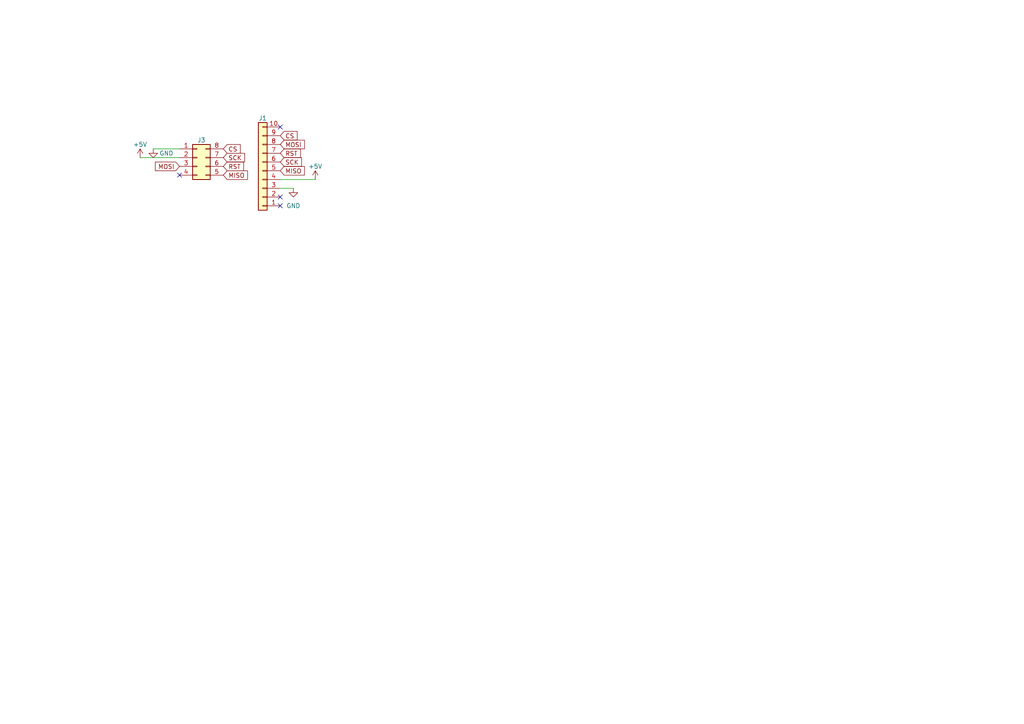
<source format=kicad_sch>
(kicad_sch (version 20230121) (generator eeschema)
  (paper "A4")
  (lib_symbols
    (symbol "Connector_Generic:Conn_01x10" (pin_names (offset 1.016) hide)
      (property "Reference" "J" (at 0 12.7 0))
      (property "Value" "Conn_01x10" (at 0 -15.24 0))
      (symbol "Conn_01x10_1_1"
        (rectangle (start -1.27 -12.573) (end 0 -12.827) (stroke (width 0.1524)))
        (rectangle (start -1.27 -10.033) (end 0 -10.287) (stroke (width 0.1524)))
        (rectangle (start -1.27 -7.493) (end 0 -7.747) (stroke (width 0.1524)))
        (rectangle (start -1.27 -4.953) (end 0 -5.207) (stroke (width 0.1524)))
        (rectangle (start -1.27 -2.413) (end 0 -2.667) (stroke (width 0.1524)))
        (rectangle (start -1.27 0.127) (end 0 -0.127) (stroke (width 0.1524)))
        (rectangle (start -1.27 2.667) (end 0 2.413) (stroke (width 0.1524)))
        (rectangle (start -1.27 5.207) (end 0 4.953) (stroke (width 0.1524)))
        (rectangle (start -1.27 7.747) (end 0 7.493) (stroke (width 0.1524)))
        (rectangle (start -1.27 10.287) (end 0 10.033) (stroke (width 0.1524)))
        (rectangle (start -1.27 11.43) (end 1.27 -13.97) (stroke (width 0.254)) (fill (type background)))
        (pin passive line (at -5.08 10.16 0) (length 3.81) (name "Pin_1") (number "1"))
        (pin passive line (at -5.08 -12.7 0) (length 3.81) (name "Pin_10") (number "10"))
        (pin passive line (at -5.08 7.62 0) (length 3.81) (name "Pin_2") (number "2"))
        (pin passive line (at -5.08 5.08 0) (length 3.81) (name "Pin_3") (number "3"))
        (pin passive line (at -5.08 2.54 0) (length 3.81) (name "Pin_4") (number "4"))
        (pin passive line (at -5.08 0 0) (length 3.81) (name "Pin_5") (number "5"))
        (pin passive line (at -5.08 -2.54 0) (length 3.81) (name "Pin_6") (number "6"))
        (pin passive line (at -5.08 -5.08 0) (length 3.81) (name "Pin_7") (number "7"))
        (pin passive line (at -5.08 -7.62 0) (length 3.81) (name "Pin_8") (number "8"))
        (pin passive line (at -5.08 -10.16 0) (length 3.81) (name "Pin_9") (number "9"))
      )
    )
    (symbol "Connector_Generic:Conn_02x04_Counter_Clockwise" (pin_names (offset 1.016) hide)
      (property "Reference" "J" (at 1.27 5.08 0))
      (property "Value" "Conn_02x04_Counter_Clockwise" (at 1.27 -7.62 0))
      (symbol "Conn_02x04_Counter_Clockwise_1_1"
        (rectangle (start -1.27 -4.953) (end 0 -5.207) (stroke (width 0.1524)))
        (rectangle (start -1.27 -2.413) (end 0 -2.667) (stroke (width 0.1524)))
        (rectangle (start -1.27 0.127) (end 0 -0.127) (stroke (width 0.1524)))
        (rectangle (start -1.27 2.667) (end 0 2.413) (stroke (width 0.1524)))
        (rectangle (start -1.27 3.81) (end 3.81 -6.35) (stroke (width 0.254)) (fill (type background)))
        (rectangle (start 3.81 -4.953) (end 2.54 -5.207) (stroke (width 0.1524)))
        (rectangle (start 3.81 -2.413) (end 2.54 -2.667) (stroke (width 0.1524)))
        (rectangle (start 3.81 0.127) (end 2.54 -0.127) (stroke (width 0.1524)))
        (rectangle (start 3.81 2.667) (end 2.54 2.413) (stroke (width 0.1524)))
        (pin passive line (at -5.08 2.54 0) (length 3.81) (name "Pin_1") (number "1"))
        (pin passive line (at -5.08 0 0) (length 3.81) (name "Pin_2") (number "2"))
        (pin passive line (at -5.08 -2.54 0) (length 3.81) (name "Pin_3") (number "3"))
        (pin passive line (at -5.08 -5.08 0) (length 3.81) (name "Pin_4") (number "4"))
        (pin passive line (at 7.62 -5.08 180) (length 3.81) (name "Pin_5") (number "5"))
        (pin passive line (at 7.62 -2.54 180) (length 3.81) (name "Pin_6") (number "6"))
        (pin passive line (at 7.62 0 180) (length 3.81) (name "Pin_7") (number "7"))
        (pin passive line (at 7.62 2.54 180) (length 3.81) (name "Pin_8") (number "8"))
      )
    )
    (symbol "power:+5V" (power) (pin_names (offset 0))
      (property "Value" "+5V" (at 0 3.556 0))
      (symbol "+5V_0_1"
        (polyline (pts (xy -0.762 1.27) (xy 0 2.54)))
        (polyline (pts (xy 0 0) (xy 0 2.54)))
        (polyline (pts (xy 0 2.54) (xy 0.762 1.27)))
      )
      (symbol "+5V_1_1"
        (pin power_in line (at 0 0 90) (length 0) hide (name "+5V") (number "1"))
      )
    )
    (symbol "power:GND" (power) (pin_names (offset 0))
      (property "Value" "GND" (at 0 -3.81 0))
      (symbol "GND_0_1"
        (polyline (pts (xy 0 0) (xy 0 -1.27) (xy 1.27 -1.27) (xy 0 -2.54) (xy -1.27 -1.27) (xy 0 -1.27)))
      )
      (symbol "GND_1_1"
        (pin power_in line (at 0 0 270) (length 0) hide (name "GND") (number "1"))
      )
    )
  )
  (no_connect (at 81.28 36.83))
  (no_connect (at 81.28 57.15))
  (no_connect (at 81.28 59.69))
  (no_connect (at 52.07 50.8))
  (wire (pts (xy 81.28 52.07) (xy 91.44 52.07)))
  (wire (pts (xy 40.64 45.72) (xy 52.07 45.72)))
  (wire (pts (xy 81.28 54.61) (xy 85.09 54.61)))
  (wire (pts (xy 44.45 43.18) (xy 52.07 43.18)))
  (global_label "RST" (shape input) (at 81.28 44.45 0) (property "Intersheetrefs" "${INTERSHEET_REFS}" (effects hide)))
  (global_label "CS" (shape input) (at 81.28 39.37 0) (property "Intersheetrefs" "${INTERSHEET_REFS}" (effects hide)))
  (global_label "SCK" (shape input) (at 81.28 46.99 0) (property "Intersheetrefs" "${INTERSHEET_REFS}" (effects hide)))
  (global_label "CS" (shape input) (at 64.77 43.18 0) (property "Intersheetrefs" "${INTERSHEET_REFS}" (effects hide)))
  (global_label "MISO" (shape input) (at 81.28 49.53 0) (property "Intersheetrefs" "${INTERSHEET_REFS}" (effects hide)))
  (global_label "RST" (shape input) (at 64.77 48.26 0) (property "Intersheetrefs" "${INTERSHEET_REFS}" (effects hide)))
  (global_label "MOSI" (shape input) (at 52.07 48.26 180) (property "Intersheetrefs" "${INTERSHEET_REFS}" (effects hide)))
  (global_label "MOSI" (shape input) (at 81.28 41.91 0) (property "Intersheetrefs" "${INTERSHEET_REFS}" (effects hide)))
  (global_label "SCK" (shape input) (at 64.77 45.72 0) (property "Intersheetrefs" "${INTERSHEET_REFS}" (effects hide)))
  (global_label "MISO" (shape input) (at 64.77 50.8 0) (property "Intersheetrefs" "${INTERSHEET_REFS}" (effects hide)))
  (symbol (lib_id "power:+5V") (at 40.64 45.72 0) (unit 1)
    (property "Reference" "#PWR04" (effects hide))
    (property "Value" "+5V" (at 40.64 41.91 0))
  )
  (symbol (lib_id "power:GND") (at 85.09 54.61 0) (unit 1)
    (property "Reference" "#PWR02" (effects hide))
    (property "Value" "GND" (at 85.09 59.69 0))
  )
  (symbol (lib_id "Connector_Generic:Conn_01x10") (at 76.2 49.53 180) (unit 1)
    (property "Reference" "J1" (at 76.2 34.29 0))
    (property "Value" "Conn_01x10" (effects hide))
    (property "Footprint" "Connector_PinHeader_2.54mm:PinHeader_1x10_P2.54mm_Vertical" (effects hide))
  )
  (symbol (lib_id "power:+5V") (at 91.44 52.07 0) (unit 1)
    (property "Reference" "#PWR01" (effects hide))
    (property "Value" "+5V" (at 91.44 48.26 0))
  )
  (symbol (lib_id "Connector_Generic:Conn_02x04_Counter_Clockwise") (at 57.15 45.72 0) (unit 1)
    (property "Reference" "J3" (at 58.42 40.64 0))
    (property "Value" "Conn_02x04_Counter_Clockwise" (effects hide))
    (property "Footprint" "Connector_PinHeader_2.54mm:PinHeader_2x04_P2.54mm_Vertical" (effects hide))
  )
  (symbol (lib_id "power:GND") (at 44.45 43.18 0) (unit 1)
    (property "Reference" "#PWR03" (effects hide))
    (property "Value" "GND" (at 48.26 44.45 0))
  )
)
</source>
